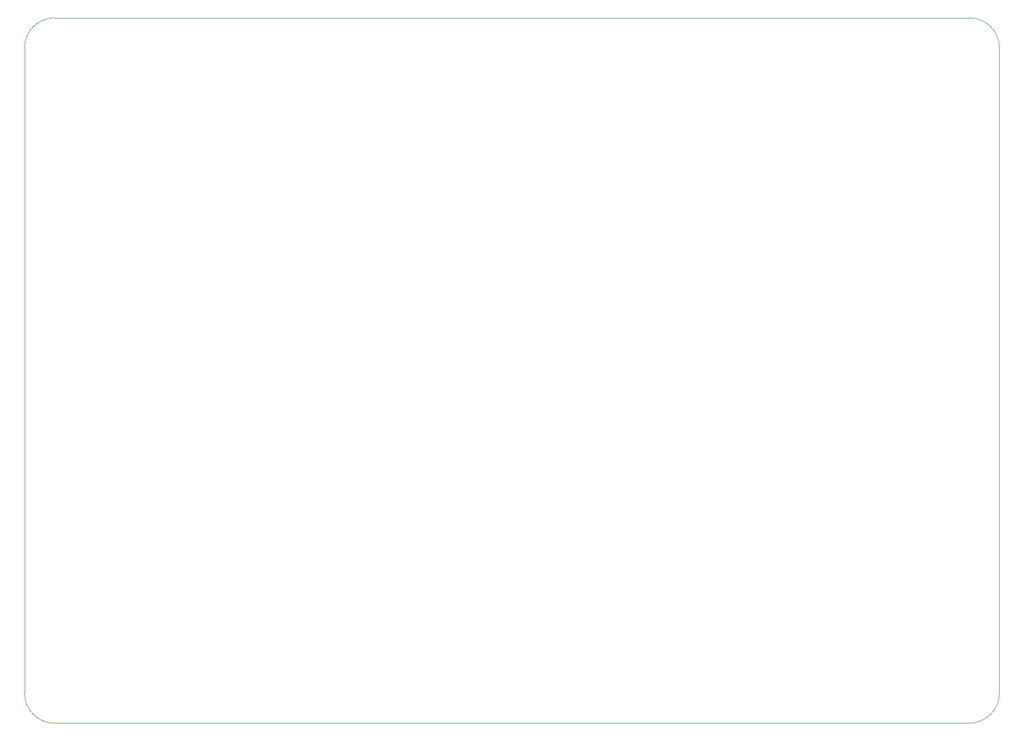
<source format=gbr>
G04 #@! TF.GenerationSoftware,KiCad,Pcbnew,(5.1.5-0-10_14)*
G04 #@! TF.CreationDate,2021-10-05T22:40:42+01:00*
G04 #@! TF.ProjectId,roscbus04,726f7363-6275-4733-9034-2e6b69636164,rev?*
G04 #@! TF.SameCoordinates,Original*
G04 #@! TF.FileFunction,Profile,NP*
%FSLAX46Y46*%
G04 Gerber Fmt 4.6, Leading zero omitted, Abs format (unit mm)*
G04 Created by KiCad (PCBNEW (5.1.5-0-10_14)) date 2021-10-05 22:40:42*
%MOMM*%
%LPD*%
G04 APERTURE LIST*
%ADD10C,0.050000*%
G04 APERTURE END LIST*
D10*
X73510000Y-35115000D02*
X223735000Y-35115000D01*
X68585000Y-40040000D02*
G75*
G02X73510000Y-35115000I4925000J0D01*
G01*
X68585000Y-146090000D02*
X68585000Y-40040000D01*
X223735000Y-151015000D02*
X73510000Y-151015000D01*
X73510000Y-151015000D02*
G75*
G02X68585000Y-146090000I0J4925000D01*
G01*
X228660000Y-40040000D02*
X228660000Y-146090000D01*
X228660000Y-146090000D02*
G75*
G02X223735000Y-151015000I-4925000J0D01*
G01*
X223735000Y-35115000D02*
G75*
G02X228660000Y-40040000I0J-4925000D01*
G01*
M02*

</source>
